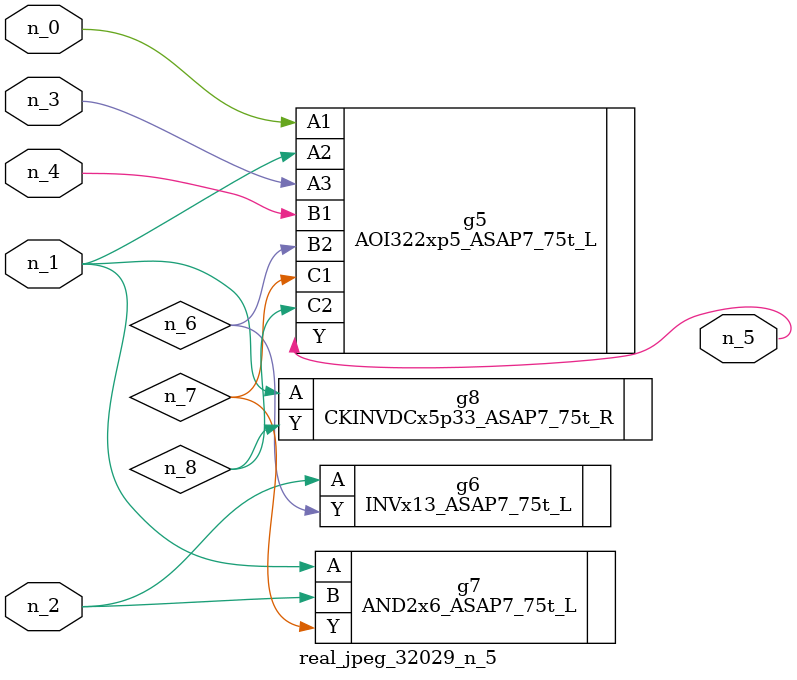
<source format=v>
module real_jpeg_32029_n_5 (n_4, n_0, n_1, n_2, n_3, n_5);

input n_4;
input n_0;
input n_1;
input n_2;
input n_3;

output n_5;

wire n_8;
wire n_6;
wire n_7;

AOI322xp5_ASAP7_75t_L g5 ( 
.A1(n_0),
.A2(n_1),
.A3(n_3),
.B1(n_4),
.B2(n_6),
.C1(n_7),
.C2(n_8),
.Y(n_5)
);

AND2x6_ASAP7_75t_L g7 ( 
.A(n_1),
.B(n_2),
.Y(n_7)
);

CKINVDCx5p33_ASAP7_75t_R g8 ( 
.A(n_1),
.Y(n_8)
);

INVx13_ASAP7_75t_L g6 ( 
.A(n_2),
.Y(n_6)
);


endmodule
</source>
